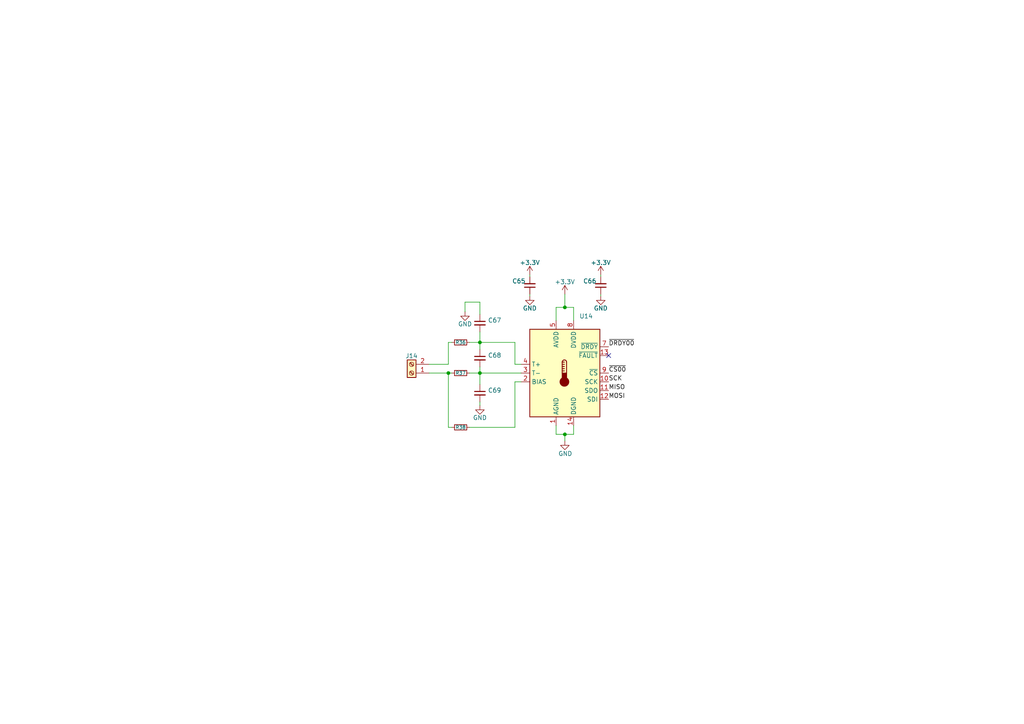
<source format=kicad_sch>
(kicad_sch (version 20211123) (generator eeschema)
  (paper "A4")
  (lib_symbols
    (symbol "Connector:Screw_Terminal_01x02" (pin_names (offset 1.016) hide)
      (property "Reference" "J" (at 0 2.54 0))
      (property "Value" "Screw_Terminal_01x02" (at 0 -5.08 0))
      (symbol "Screw_Terminal_01x02_1_1"
        (rectangle (start -1.27 1.27) (end 1.27 -3.81) (stroke (width 0.254)) (fill (type background)))
        (circle (center 0 -2.54) (radius 0.635) (stroke (width 0.1524)))
        (polyline (pts (xy -0.5334 -2.2098) (xy 0.3302 -3.048)) (stroke (width 0.1524)))
        (polyline (pts (xy -0.5334 0.3302) (xy 0.3302 -0.508)) (stroke (width 0.1524)))
        (polyline (pts (xy -0.3556 -2.032) (xy 0.508 -2.8702)) (stroke (width 0.1524)))
        (polyline (pts (xy -0.3556 0.508) (xy 0.508 -0.3302)) (stroke (width 0.1524)))
        (circle (center 0 0) (radius 0.635) (stroke (width 0.1524)))
        (pin passive line (at -5.08 0 0) (length 3.81) (name "Pin_1") (number "1"))
        (pin passive line (at -5.08 -2.54 0) (length 3.81) (name "Pin_2") (number "2"))
      )
    )
    (symbol "Device:C_Small" (pin_numbers hide) (pin_names (offset 0.254) hide)
      (property "Reference" "C" (at 0.254 1.778 0))
      (property "Value" "C_Small" (at 0.254 -2.032 0))
      (symbol "C_Small_0_1"
        (polyline (pts (xy -1.524 -0.508) (xy 1.524 -0.508)) (stroke (width 0.3302)))
        (polyline (pts (xy -1.524 0.508) (xy 1.524 0.508)) (stroke (width 0.3048)))
      )
      (symbol "C_Small_1_1"
        (pin passive line (at 0 2.54 270) (length 2.032) (name "~") (number "1"))
        (pin passive line (at 0 -2.54 90) (length 2.032) (name "~") (number "2"))
      )
    )
    (symbol "Device:R_Small" (pin_numbers hide) (pin_names (offset 0.254) hide)
      (property "Reference" "R" (at 0.762 0.508 0))
      (property "Value" "R_Small" (at 0.762 -1.016 0))
      (symbol "R_Small_0_1"
        (rectangle (start -0.762 1.778) (end 0.762 -1.778) (stroke (width 0.2032)))
      )
      (symbol "R_Small_1_1"
        (pin passive line (at 0 2.54 270) (length 0.762) (name "~") (number "1"))
        (pin passive line (at 0 -2.54 90) (length 0.762) (name "~") (number "2"))
      )
    )
    (symbol "Sensor_Temperature:MAX31856"
      (property "Reference" "U" (at -7.62 13.97 0))
      (property "Value" "MAX31856" (at 13.97 13.97 0))
      (symbol "MAX31856_0_1"
        (rectangle (start -10.16 12.7) (end 10.16 -12.7) (stroke (width 0.254)) (fill (type background)))
        (circle (center -0.127 -2.54) (radius 1.27) (stroke (width 0.254)) (fill (type outline)))
        (polyline (pts (xy -0.762 0.635) (xy -0.127 0.635)) (stroke (width 0.254)))
        (polyline (pts (xy -0.762 1.27) (xy -0.127 1.27)) (stroke (width 0.254)))
        (polyline (pts (xy -0.762 1.905) (xy -0.127 1.905)) (stroke (width 0.254)))
        (polyline (pts (xy -0.762 2.54) (xy -0.127 2.54)) (stroke (width 0.254)))
        (polyline (pts (xy -0.762 3.175) (xy -0.762 0)) (stroke (width 0.254)))
        (polyline (pts (xy -0.762 3.175) (xy -0.127 3.175)) (stroke (width 0.254)))
        (polyline (pts (xy 0.508 3.175) (xy 0.508 0)) (stroke (width 0.254)))
        (rectangle (start 0.508 -1.905) (end -0.762 0) (stroke (width 0.254)) (fill (type outline)))
        (arc (start 0.508 3.175) (mid -0.127 3.81) (end -0.762 3.175) (stroke (width 0.254)))
      )
      (symbol "MAX31856_1_1"
        (pin power_in line (at -2.54 -15.24 90) (length 2.54) (name "AGND") (number "1"))
        (pin input line (at 12.7 -2.54 180) (length 2.54) (name "SCK") (number "10"))
        (pin output line (at 12.7 -5.08 180) (length 2.54) (name "SDO") (number "11"))
        (pin input line (at 12.7 -7.62 180) (length 2.54) (name "SDI") (number "12"))
        (pin output line (at 12.7 5.08 180) (length 2.54) (name "~{FAULT}") (number "13"))
        (pin power_in line (at 2.54 -15.24 90) (length 2.54) (name "DGND") (number "14"))
        (pin input line (at -12.7 -2.54 0) (length 2.54) (name "BIAS") (number "2"))
        (pin input line (at -12.7 0 0) (length 2.54) (name "T-") (number "3"))
        (pin input line (at -12.7 2.54 0) (length 2.54) (name "T+") (number "4"))
        (pin power_in line (at -2.54 15.24 270) (length 2.54) (name "AVDD") (number "5"))
        (pin no_connect line (at -10.16 -7.62 0) (length 2.54) hide (name "DNC") (number "6"))
        (pin output line (at 12.7 7.62 180) (length 2.54) (name "~{DRDY}") (number "7"))
        (pin power_in line (at 2.54 15.24 270) (length 2.54) (name "DVDD") (number "8"))
        (pin input line (at 12.7 0 180) (length 2.54) (name "~{CS}") (number "9"))
      )
    )
    (symbol "power:+3.3V" (power) (pin_names (offset 0))
      (property "Value" "+3.3V" (at 0 3.556 0))
      (symbol "+3.3V_0_1"
        (polyline (pts (xy -0.762 1.27) (xy 0 2.54)))
        (polyline (pts (xy 0 0) (xy 0 2.54)))
        (polyline (pts (xy 0 2.54) (xy 0.762 1.27)))
      )
      (symbol "+3.3V_1_1"
        (pin power_in line (at 0 0 90) (length 0) hide (name "+3.3V") (number "1"))
      )
    )
    (symbol "power:GND" (power) (pin_names (offset 0))
      (property "Value" "GND" (at 0 -3.81 0))
      (symbol "GND_0_1"
        (polyline (pts (xy 0 0) (xy 0 -1.27) (xy 1.27 -1.27) (xy 0 -2.54) (xy -1.27 -1.27) (xy 0 -1.27)))
      )
      (symbol "GND_1_1"
        (pin power_in line (at 0 0 270) (length 0) hide (name "GND") (number "1"))
      )
    )
  )
  (junction (at 130.048 108.204))
  (junction (at 163.83 125.984))
  (junction (at 139.192 108.204))
  (junction (at 139.192 99.314))
  (junction (at 163.83 89.154))
  (no_connect (at 176.53 103.124))
  (wire (pts (xy 163.83 89.154) (xy 166.37 89.154)))
  (wire (pts (xy 163.83 85.344) (xy 163.83 89.154)))
  (wire (pts (xy 130.048 99.314) (xy 131.064 99.314)))
  (wire (pts (xy 130.048 123.952) (xy 131.064 123.952)))
  (wire (pts (xy 139.192 116.586) (xy 139.192 117.602)))
  (wire (pts (xy 139.192 108.204) (xy 139.192 111.506)))
  (wire (pts (xy 139.192 108.204) (xy 151.13 108.204)))
  (wire (pts (xy 151.13 105.664) (xy 149.352 105.664)))
  (wire (pts (xy 174.244 79.756) (xy 174.244 80.264)))
  (wire (pts (xy 149.352 105.664) (xy 149.352 99.314)))
  (wire (pts (xy 149.352 123.952) (xy 136.144 123.952)))
  (wire (pts (xy 153.67 85.344) (xy 153.67 85.852)))
  (wire (pts (xy 124.46 108.204) (xy 130.048 108.204)))
  (wire (pts (xy 163.83 125.984) (xy 163.83 127.889)))
  (wire (pts (xy 124.46 105.664) (xy 130.048 105.664)))
  (wire (pts (xy 149.352 110.744) (xy 149.352 123.952)))
  (wire (pts (xy 136.144 108.204) (xy 139.192 108.204)))
  (wire (pts (xy 139.192 99.314) (xy 139.192 101.346)))
  (wire (pts (xy 130.048 108.204) (xy 131.064 108.204)))
  (wire (pts (xy 134.874 87.63) (xy 134.874 90.424)))
  (wire (pts (xy 130.048 108.204) (xy 130.048 123.952)))
  (wire (pts (xy 161.29 92.964) (xy 161.29 89.154)))
  (wire (pts (xy 139.192 106.426) (xy 139.192 108.204)))
  (wire (pts (xy 139.192 87.63) (xy 134.874 87.63)))
  (wire (pts (xy 139.192 96.266) (xy 139.192 99.314)))
  (wire (pts (xy 136.144 99.314) (xy 139.192 99.314)))
  (wire (pts (xy 130.048 99.314) (xy 130.048 105.664)))
  (wire (pts (xy 174.244 85.344) (xy 174.244 85.852)))
  (wire (pts (xy 166.37 89.154) (xy 166.37 92.964)))
  (wire (pts (xy 166.37 125.984) (xy 166.37 123.444)))
  (wire (pts (xy 161.29 123.444) (xy 161.29 125.984)))
  (wire (pts (xy 151.13 110.744) (xy 149.352 110.744)))
  (wire (pts (xy 163.83 125.984) (xy 166.37 125.984)))
  (wire (pts (xy 139.192 91.186) (xy 139.192 87.63)))
  (wire (pts (xy 161.29 89.154) (xy 163.83 89.154)))
  (wire (pts (xy 161.29 125.984) (xy 163.83 125.984)))
  (wire (pts (xy 153.67 79.756) (xy 153.67 80.264)))
  (wire (pts (xy 149.352 99.314) (xy 139.192 99.314)))
  (label "~{CS00}" (at 176.53 108.204 0))
  (label "SCK" (at 176.53 110.744 0))
  (label "MISO" (at 176.53 113.284 0))
  (label "MOSI" (at 176.53 115.824 0))
  (label "~{DRDY00}" (at 176.53 100.584 0))
  (symbol (lib_id "Connector:Screw_Terminal_01x02") (at 119.38 108.204 180) (unit 1)
    (property "Reference" "J14" (at 119.38 103.2312 0))
  )
  (symbol (lib_id "Device:C_Small") (at 139.192 93.726 0) (unit 1)
    (property "Reference" "C67" (at 141.5161 92.8976 0) (effects (justify left)))
  )
  (symbol (lib_id "power:+3.3V") (at 153.67 79.756 0) (unit 1)
    (property "Reference" "#PWR0104" (effects hide))
  )
  (symbol (lib_id "power:GND") (at 134.874 90.424 0) (mirror y) (unit 1)
    (property "Reference" "#PWR0109" (effects hide))
  )
  (symbol (lib_id "Device:C_Small") (at 153.67 82.804 0) (mirror x) (unit 1)
    (property "Reference" "C65" (at 150.495 81.534 0))
  )
  (symbol (lib_id "Device:R_Small") (at 133.604 108.204 90) (unit 1)
    (property "Reference" "R37" (at 133.604 108.204 90) (effects (font (size 1 1))))
  )
  (symbol (lib_id "Device:C_Small") (at 139.192 114.046 0) (unit 1)
    (property "Reference" "C69" (at 141.5161 113.2176 0) (effects (justify left)))
  )
  (symbol (lib_id "power:GND") (at 174.244 85.852 0) (mirror y) (unit 1)
    (property "Reference" "#PWR0108" (effects hide))
  )
  (symbol (lib_id "Device:C_Small") (at 174.244 82.804 0) (mirror x) (unit 1)
    (property "Reference" "C66" (at 171.069 81.534 0))
  )
  (symbol (lib_id "power:+3.3V") (at 174.244 79.756 0) (unit 1)
    (property "Reference" "#PWR0105" (effects hide))
  )
  (symbol (lib_id "Device:R_Small") (at 133.604 123.952 90) (unit 1)
    (property "Reference" "R38" (at 133.604 123.952 90) (effects (font (size 1 1))))
  )
  (symbol (lib_id "Device:R_Small") (at 133.604 99.314 90) (unit 1)
    (property "Reference" "R36" (at 133.604 99.314 90) (effects (font (size 1 1))))
  )
  (symbol (lib_id "power:GND") (at 153.67 85.852 0) (mirror y) (unit 1)
    (property "Reference" "#PWR0107" (effects hide))
  )
  (symbol (lib_id "power:GND") (at 163.83 127.889 0) (unit 1)
    (property "Reference" "#PWR0111" (effects hide))
  )
  (symbol (lib_id "power:+3.3V") (at 163.83 85.344 0) (unit 1)
    (property "Reference" "#PWR0106" (effects hide))
  )
  (symbol (lib_id "Sensor_Temperature:MAX31856") (at 163.83 108.204 0) (unit 1)
    (property "Reference" "U14" (at 168.021 91.6971 0) (effects (justify left)))
    (property "Datasheet" "https://datasheets.maximintegrated.com/en/ds/MAX31856.pdf" (effects hide))
  )
  (symbol (lib_id "Device:C_Small") (at 139.192 103.886 0) (unit 1)
    (property "Reference" "C68" (at 141.5161 103.0576 0) (effects (justify left)))
  )
  (symbol (lib_id "power:GND") (at 139.192 117.602 0) (mirror y) (unit 1)
    (property "Reference" "#PWR0110" (effects hide))
  )
)
</source>
